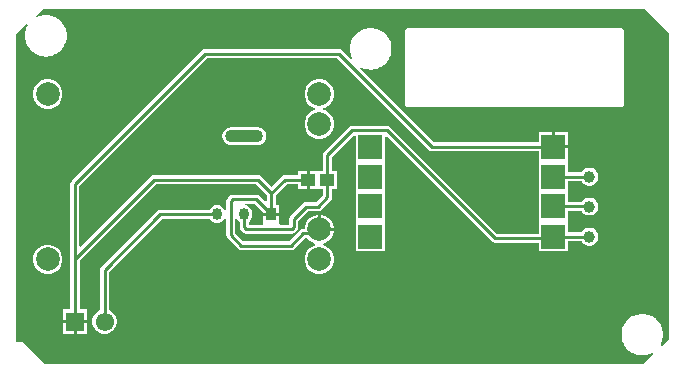
<source format=gbl>
G04*
G04 #@! TF.GenerationSoftware,Altium Limited,Altium Designer,23.4.1 (23)*
G04*
G04 Layer_Physical_Order=2*
G04 Layer_Color=16711680*
%FSLAX44Y44*%
%MOMM*%
G71*
G04*
G04 #@! TF.SameCoordinates,0DB361A5-78C8-4FEA-9A46-C3B996989F44*
G04*
G04*
G04 #@! TF.FilePolarity,Positive*
G04*
G01*
G75*
%ADD13C,0.2540*%
%ADD21R,1.2084X1.0121*%
%ADD27R,1.5500X1.5500*%
%ADD28C,1.5500*%
%ADD29C,1.0000*%
%ADD30C,2.0000*%
%ADD31R,2.0000X2.0000*%
%ADD32R,0.8721X1.0043*%
G04:AMPARAMS|DCode=33|XSize=1.0043mm|YSize=0.8721mm|CornerRadius=0.4361mm|HoleSize=0mm|Usage=FLASHONLY|Rotation=90.000|XOffset=0mm|YOffset=0mm|HoleType=Round|Shape=RoundedRectangle|*
%AMROUNDEDRECTD33*
21,1,1.0043,0.0000,0,0,90.0*
21,1,0.1322,0.8721,0,0,90.0*
1,1,0.8721,0.0000,0.0661*
1,1,0.8721,0.0000,-0.0661*
1,1,0.8721,0.0000,-0.0661*
1,1,0.8721,0.0000,0.0661*
%
%ADD33ROUNDEDRECTD33*%
G04:AMPARAMS|DCode=34|XSize=1.0043mm|YSize=3.1821mm|CornerRadius=0.4369mm|HoleSize=0mm|Usage=FLASHONLY|Rotation=90.000|XOffset=0mm|YOffset=0mm|HoleType=Round|Shape=RoundedRectangle|*
%AMROUNDEDRECTD34*
21,1,1.0043,2.3084,0,0,90.0*
21,1,0.1306,3.1821,0,0,90.0*
1,1,0.8737,1.1542,0.0653*
1,1,0.8737,1.1542,-0.0653*
1,1,0.8737,-1.1542,-0.0653*
1,1,0.8737,-1.1542,0.0653*
%
%ADD34ROUNDEDRECTD34*%
G36*
X552450Y280670D02*
Y21590D01*
X546284Y15424D01*
X545297Y16233D01*
X545446Y16456D01*
X545544Y16692D01*
X545685Y16904D01*
X546816Y19634D01*
X546866Y19884D01*
X546964Y20119D01*
X547540Y23017D01*
Y23272D01*
X547590Y23523D01*
Y26477D01*
X547540Y26727D01*
Y26983D01*
X546964Y29881D01*
X546866Y30116D01*
X546816Y30366D01*
X545685Y33096D01*
X545544Y33308D01*
X545446Y33544D01*
X543805Y36001D01*
X543624Y36181D01*
X543483Y36393D01*
X541393Y38482D01*
X541181Y38624D01*
X541001Y38805D01*
X538544Y40446D01*
X538308Y40544D01*
X538096Y40685D01*
X535366Y41816D01*
X535116Y41866D01*
X534881Y41964D01*
X531983Y42540D01*
X531727D01*
X531477Y42590D01*
X528523D01*
X528273Y42540D01*
X528017D01*
X525119Y41964D01*
X524884Y41866D01*
X524634Y41816D01*
X521904Y40685D01*
X521692Y40544D01*
X521456Y40446D01*
X518999Y38805D01*
X518819Y38624D01*
X518607Y38482D01*
X516517Y36393D01*
X516376Y36181D01*
X516195Y36001D01*
X514554Y33544D01*
X514456Y33308D01*
X514314Y33096D01*
X513184Y30366D01*
X513134Y30116D01*
X513036Y29881D01*
X512460Y26983D01*
Y26727D01*
X512410Y26477D01*
Y23523D01*
X512460Y23272D01*
Y23017D01*
X513036Y20119D01*
X513134Y19884D01*
X513184Y19634D01*
X514314Y16904D01*
X514456Y16692D01*
X514554Y16456D01*
X516195Y13999D01*
X516376Y13819D01*
X516517Y13607D01*
X518607Y11517D01*
X518819Y11376D01*
X518999Y11195D01*
X521456Y9554D01*
X521692Y9456D01*
X521904Y9315D01*
X524634Y8184D01*
X524884Y8134D01*
X525119Y8036D01*
X528017Y7460D01*
X528273D01*
X528523Y7410D01*
X531477D01*
X531727Y7460D01*
X531983D01*
X534881Y8036D01*
X535116Y8134D01*
X535366Y8184D01*
X538096Y9315D01*
X538308Y9456D01*
X538544Y9554D01*
X538767Y9703D01*
X539576Y8716D01*
X530860Y0D01*
X24130D01*
X5080Y19050D01*
X0D01*
Y279400D01*
X8817Y287727D01*
X9793Y286903D01*
X9554Y286544D01*
X9456Y286308D01*
X9315Y286096D01*
X8184Y283366D01*
X8134Y283116D01*
X8036Y282881D01*
X7460Y279983D01*
Y279727D01*
X7410Y279477D01*
Y276523D01*
X7460Y276272D01*
Y276017D01*
X8036Y273119D01*
X8134Y272884D01*
X8184Y272634D01*
X9315Y269904D01*
X9456Y269692D01*
X9554Y269456D01*
X11195Y266999D01*
X11376Y266819D01*
X11517Y266607D01*
X13607Y264517D01*
X13819Y264376D01*
X13999Y264195D01*
X16456Y262554D01*
X16692Y262456D01*
X16904Y262314D01*
X19634Y261184D01*
X19884Y261134D01*
X20119Y261036D01*
X23017Y260460D01*
X23272D01*
X23523Y260410D01*
X26477D01*
X26727Y260460D01*
X26983D01*
X29881Y261036D01*
X30116Y261134D01*
X30366Y261184D01*
X33096Y262314D01*
X33308Y262456D01*
X33544Y262554D01*
X36001Y264195D01*
X36181Y264376D01*
X36393Y264517D01*
X38482Y266607D01*
X38624Y266819D01*
X38805Y266999D01*
X40446Y269456D01*
X40544Y269692D01*
X40685Y269904D01*
X41816Y272634D01*
X41866Y272884D01*
X41964Y273119D01*
X42540Y276017D01*
Y276272D01*
X42590Y276523D01*
Y279477D01*
X42540Y279727D01*
Y279983D01*
X41964Y282881D01*
X41866Y283116D01*
X41816Y283366D01*
X40685Y286096D01*
X40544Y286308D01*
X40446Y286544D01*
X38805Y289001D01*
X38624Y289181D01*
X38482Y289393D01*
X36393Y291483D01*
X36181Y291624D01*
X36001Y291805D01*
X33544Y293446D01*
X33308Y293544D01*
X33096Y293685D01*
X30366Y294816D01*
X30116Y294866D01*
X29881Y294963D01*
X26983Y295540D01*
X26727D01*
X26477Y295590D01*
X23523D01*
X23272Y295540D01*
X23017D01*
X20119Y294963D01*
X19884Y294866D01*
X19634Y294816D01*
X16904Y293685D01*
X16256Y294753D01*
X22860Y300990D01*
X532130D01*
X552450Y280670D01*
D02*
G37*
%LPC*%
G36*
X301477Y284590D02*
X298523D01*
X298272Y284540D01*
X298017D01*
X295119Y283964D01*
X294884Y283866D01*
X294634Y283816D01*
X291904Y282685D01*
X291692Y282544D01*
X291456Y282446D01*
X288999Y280805D01*
X288819Y280624D01*
X288607Y280483D01*
X286518Y278393D01*
X286376Y278181D01*
X286195Y278001D01*
X284554Y275544D01*
X284456Y275308D01*
X284314Y275096D01*
X283184Y272366D01*
X283134Y272116D01*
X283036Y271881D01*
X282460Y268983D01*
Y268727D01*
X282410Y268477D01*
Y265523D01*
X282460Y265272D01*
Y265017D01*
X283036Y262119D01*
X283134Y261884D01*
X283184Y261634D01*
X284314Y258904D01*
X283305Y258129D01*
X275797Y265637D01*
X274537Y266479D01*
X273050Y266775D01*
X160020D01*
X158533Y266479D01*
X157273Y265637D01*
X46783Y155147D01*
X45941Y153887D01*
X45645Y152400D01*
Y89300D01*
X45845Y88295D01*
Y46290D01*
X39440D01*
Y37270D01*
X60020D01*
Y46290D01*
X53615D01*
Y87491D01*
X118449Y152325D01*
X202861D01*
X212015Y143171D01*
Y138038D01*
X210842Y137552D01*
X205947Y142447D01*
X204687Y143289D01*
X203200Y143585D01*
X183098D01*
X181611Y143289D01*
X180351Y142447D01*
X178863Y140959D01*
X178021Y139699D01*
X177725Y138212D01*
Y130603D01*
X176455Y130350D01*
X176128Y131141D01*
X175022Y132582D01*
X173580Y133688D01*
X171901Y134384D01*
X170100Y134621D01*
X168299Y134384D01*
X166620Y133688D01*
X165178Y132582D01*
X164072Y131141D01*
X163966Y130885D01*
X121920D01*
X120433Y130589D01*
X119173Y129747D01*
X71983Y82557D01*
X71141Y81297D01*
X70845Y79810D01*
Y45612D01*
X70758Y45589D01*
X68412Y44234D01*
X66496Y42318D01*
X65141Y39972D01*
X64440Y37355D01*
Y34645D01*
X65141Y32028D01*
X66496Y29682D01*
X68412Y27766D01*
X70758Y26411D01*
X73375Y25710D01*
X76085D01*
X78702Y26411D01*
X81048Y27766D01*
X82964Y29682D01*
X84319Y32028D01*
X85020Y34645D01*
Y37355D01*
X84319Y39972D01*
X82964Y42318D01*
X81048Y44234D01*
X78702Y45589D01*
X78615Y45612D01*
Y78201D01*
X123529Y123115D01*
X163966D01*
X164072Y122859D01*
X165178Y121418D01*
X166620Y120311D01*
X168299Y119616D01*
X170100Y119379D01*
X171901Y119616D01*
X173580Y120311D01*
X175022Y121418D01*
X176128Y122859D01*
X176455Y123650D01*
X177725Y123398D01*
Y109220D01*
X178021Y107733D01*
X178863Y106473D01*
X187753Y97583D01*
X189013Y96741D01*
X190500Y96445D01*
X232410D01*
X233897Y96741D01*
X235157Y97583D01*
X244391Y106817D01*
X246232D01*
X246506Y106343D01*
X248840Y104008D01*
X251700Y102357D01*
X253033Y102000D01*
Y100685D01*
X251700Y100328D01*
X248840Y98677D01*
X246506Y96342D01*
X244855Y93483D01*
X244000Y90293D01*
Y86992D01*
X244855Y83802D01*
X246506Y80943D01*
X248840Y78608D01*
X251700Y76957D01*
X254889Y76102D01*
X258191D01*
X261380Y76957D01*
X264240Y78608D01*
X266574Y80943D01*
X268225Y83802D01*
X269080Y86992D01*
Y90293D01*
X268225Y93483D01*
X266574Y96342D01*
X264240Y98677D01*
X261380Y100328D01*
X260047Y100685D01*
Y102000D01*
X261380Y102357D01*
X264240Y104008D01*
X266574Y106343D01*
X268225Y109202D01*
X269080Y112392D01*
Y112773D01*
X256540D01*
Y114043D01*
X255270D01*
Y126582D01*
X254889D01*
X251700Y125728D01*
X248840Y124077D01*
X246506Y121742D01*
X244855Y118883D01*
X244000Y115693D01*
Y114586D01*
X242782D01*
X241295Y114291D01*
X240035Y113449D01*
X230801Y104215D01*
X192109D01*
X185495Y110829D01*
Y123108D01*
X186765Y123360D01*
X186972Y122859D01*
X188078Y121418D01*
X189155Y120591D01*
Y115788D01*
X189451Y114301D01*
X190293Y113041D01*
X191781Y111553D01*
X193041Y110711D01*
X194528Y110415D01*
X233462D01*
X234949Y110711D01*
X236209Y111553D01*
X237697Y113041D01*
X238539Y114301D01*
X238835Y115788D01*
Y121581D01*
X246719Y129465D01*
X255270D01*
X256757Y129761D01*
X258017Y130603D01*
X266035Y138622D01*
X266878Y139882D01*
X267173Y141369D01*
Y148609D01*
X271871D01*
Y163811D01*
X267173D01*
Y175025D01*
X285910Y193762D01*
X287180Y193318D01*
Y172560D01*
X287180Y171610D01*
X287180Y170340D01*
Y147260D01*
X287180Y146210D01*
X287180Y144940D01*
Y121760D01*
X287180Y120910D01*
X287180Y119640D01*
Y95410D01*
X312260D01*
Y119640D01*
X312260Y120490D01*
X312260Y121760D01*
Y144940D01*
X312260Y145990D01*
X312260Y147260D01*
Y170340D01*
X312260Y171290D01*
X312260Y172560D01*
Y192397D01*
X313433Y192883D01*
X402383Y103933D01*
X403643Y103091D01*
X405130Y102795D01*
X442180D01*
Y95410D01*
X467260D01*
Y104065D01*
X478676D01*
X479106Y103320D01*
X480510Y101917D01*
X482230Y100924D01*
X484147Y100410D01*
X486133D01*
X488050Y100924D01*
X489770Y101917D01*
X491174Y103320D01*
X492166Y105040D01*
X492680Y106957D01*
Y108943D01*
X492166Y110860D01*
X491174Y112580D01*
X489770Y113983D01*
X488050Y114976D01*
X486133Y115490D01*
X484147D01*
X482230Y114976D01*
X480510Y113983D01*
X479106Y112580D01*
X478676Y111835D01*
X467260D01*
Y119640D01*
X467260Y120490D01*
X467260Y121760D01*
Y129565D01*
X478597D01*
X479057Y128770D01*
X480460Y127367D01*
X482180Y126374D01*
X484097Y125860D01*
X486083D01*
X488000Y126374D01*
X489720Y127367D01*
X491124Y128770D01*
X492116Y130490D01*
X492630Y132407D01*
Y134393D01*
X492116Y136310D01*
X491124Y138030D01*
X489720Y139433D01*
X488000Y140426D01*
X486083Y140940D01*
X484097D01*
X482180Y140426D01*
X480460Y139433D01*
X479057Y138030D01*
X478655Y137335D01*
X467260D01*
Y144940D01*
X467260Y145990D01*
X467260Y147260D01*
Y154865D01*
X478676D01*
X479106Y154120D01*
X480510Y152717D01*
X482230Y151724D01*
X484147Y151210D01*
X486133D01*
X488050Y151724D01*
X489770Y152717D01*
X491174Y154120D01*
X492166Y155840D01*
X492680Y157757D01*
Y159743D01*
X492166Y161660D01*
X491174Y163380D01*
X489770Y164783D01*
X488050Y165776D01*
X486133Y166290D01*
X484147D01*
X482230Y165776D01*
X480510Y164783D01*
X479106Y163380D01*
X478676Y162635D01*
X467260D01*
Y170340D01*
X467260Y171290D01*
X467260Y172560D01*
Y182880D01*
X454720D01*
Y184150D01*
X453450D01*
Y196690D01*
X442180D01*
Y188035D01*
X353399D01*
X291129Y250305D01*
X291904Y251315D01*
X294634Y250184D01*
X294884Y250134D01*
X295119Y250036D01*
X298017Y249460D01*
X298272D01*
X298523Y249410D01*
X301477D01*
X301728Y249460D01*
X301983D01*
X304881Y250036D01*
X305116Y250134D01*
X305366Y250184D01*
X308096Y251315D01*
X308308Y251456D01*
X308544Y251554D01*
X311001Y253195D01*
X311181Y253376D01*
X311393Y253517D01*
X313482Y255607D01*
X313624Y255819D01*
X313805Y255999D01*
X315446Y258456D01*
X315544Y258692D01*
X315685Y258904D01*
X316816Y261634D01*
X316866Y261884D01*
X316964Y262119D01*
X317540Y265017D01*
Y265272D01*
X317590Y265523D01*
Y268477D01*
X317540Y268727D01*
Y268983D01*
X316964Y271881D01*
X316866Y272116D01*
X316816Y272366D01*
X315685Y275096D01*
X315544Y275308D01*
X315446Y275544D01*
X313805Y278001D01*
X313624Y278181D01*
X313482Y278393D01*
X311393Y280483D01*
X311181Y280624D01*
X311001Y280805D01*
X308544Y282446D01*
X308308Y282544D01*
X308096Y282685D01*
X305366Y283816D01*
X305116Y283866D01*
X304881Y283964D01*
X301983Y284540D01*
X301728D01*
X301477Y284590D01*
D02*
G37*
G36*
X511770Y284500D02*
X331770D01*
X330779Y284303D01*
X329939Y283741D01*
X329377Y282901D01*
X329180Y281910D01*
Y220010D01*
X329377Y219019D01*
X329939Y218179D01*
X330779Y217617D01*
X331770Y217420D01*
X511770D01*
X512761Y217617D01*
X513601Y218179D01*
X514163Y219019D01*
X514360Y220010D01*
Y281910D01*
X514163Y282901D01*
X513601Y283741D01*
X512761Y284303D01*
X511770Y284500D01*
D02*
G37*
G36*
X28191Y241182D02*
X24889D01*
X21700Y240328D01*
X18840Y238677D01*
X16506Y236342D01*
X14855Y233483D01*
X14000Y230293D01*
Y226992D01*
X14855Y223802D01*
X16506Y220943D01*
X18840Y218608D01*
X21700Y216957D01*
X24889Y216103D01*
X28191D01*
X31380Y216957D01*
X34240Y218608D01*
X36574Y220943D01*
X38225Y223802D01*
X39080Y226992D01*
Y230293D01*
X38225Y233483D01*
X36574Y236342D01*
X34240Y238677D01*
X31380Y240328D01*
X28191Y241182D01*
D02*
G37*
G36*
X467260Y196690D02*
X455990D01*
Y185420D01*
X467260D01*
Y196690D01*
D02*
G37*
G36*
X258191Y126582D02*
X257810D01*
Y115312D01*
X269080D01*
Y115693D01*
X268225Y118883D01*
X266574Y121742D01*
X264240Y124077D01*
X261380Y125728D01*
X258191Y126582D01*
D02*
G37*
G36*
X28191Y101182D02*
X24889D01*
X21700Y100328D01*
X18840Y98677D01*
X16506Y96342D01*
X14855Y93483D01*
X14000Y90293D01*
Y86992D01*
X14855Y83802D01*
X16506Y80943D01*
X18840Y78608D01*
X21700Y76957D01*
X24889Y76102D01*
X28191D01*
X31380Y76957D01*
X34240Y78608D01*
X36574Y80943D01*
X38225Y83802D01*
X39080Y86992D01*
Y90293D01*
X38225Y93483D01*
X36574Y96342D01*
X34240Y98677D01*
X31380Y100328D01*
X28191Y101182D01*
D02*
G37*
G36*
X60020Y34730D02*
X51000D01*
Y25710D01*
X60020D01*
Y34730D01*
D02*
G37*
G36*
X48460D02*
X39440D01*
Y25710D01*
X48460D01*
Y34730D01*
D02*
G37*
%LPD*%
G36*
X349043Y181403D02*
X350303Y180561D01*
X351790Y180265D01*
X442180D01*
Y172560D01*
X442180Y171610D01*
X442180Y170340D01*
Y147260D01*
X442180Y146210D01*
X442180Y144940D01*
Y121760D01*
X442180Y120910D01*
X442180Y119640D01*
Y110565D01*
X406739D01*
X316597Y200707D01*
X315337Y201549D01*
X313850Y201845D01*
X284615D01*
X283128Y201549D01*
X281868Y200707D01*
X260542Y179381D01*
X259700Y178121D01*
X259404Y176634D01*
Y163811D01*
X248521D01*
Y156210D01*
Y148609D01*
X259404D01*
Y142978D01*
X253661Y137235D01*
X245110D01*
X243623Y136939D01*
X242363Y136097D01*
X232203Y125937D01*
X231361Y124677D01*
X231065Y123190D01*
Y118185D01*
X222840D01*
X222801Y119439D01*
X222801D01*
Y125730D01*
X215900D01*
X208999D01*
Y119439D01*
X208999D01*
X208960Y118185D01*
X196925D01*
Y120653D01*
X197922Y121418D01*
X199028Y122859D01*
X199723Y124538D01*
X199960Y126339D01*
Y127661D01*
X199723Y129462D01*
X199028Y131141D01*
X197922Y132582D01*
X196480Y133688D01*
X194801Y134384D01*
X193575Y134545D01*
X193658Y135815D01*
X201591D01*
X208999Y128407D01*
Y128270D01*
X215900D01*
X222801D01*
Y134562D01*
X219785D01*
Y143171D01*
X228939Y152325D01*
X238669D01*
Y148609D01*
X245981D01*
Y156210D01*
Y163811D01*
X238669D01*
Y160095D01*
X227330D01*
X225843Y159799D01*
X224583Y158957D01*
X215900Y150274D01*
X207217Y158957D01*
X205957Y159799D01*
X204470Y160095D01*
X116840D01*
X115353Y159799D01*
X114093Y158957D01*
X54588Y99452D01*
X53415Y99938D01*
Y150791D01*
X161629Y259005D01*
X271441D01*
X349043Y181403D01*
D02*
G37*
%LPC*%
G36*
X258191Y241182D02*
X254889D01*
X251700Y240328D01*
X248840Y238677D01*
X246506Y236342D01*
X244855Y233483D01*
X244000Y230293D01*
Y226992D01*
X244855Y223802D01*
X246506Y220943D01*
X248840Y218608D01*
X251700Y216957D01*
X253033Y216600D01*
Y215285D01*
X251700Y214928D01*
X248840Y213277D01*
X246506Y210942D01*
X244855Y208083D01*
X244000Y204893D01*
Y201592D01*
X244855Y198402D01*
X246506Y195543D01*
X248840Y193208D01*
X251700Y191557D01*
X254889Y190702D01*
X258191D01*
X261380Y191557D01*
X264240Y193208D01*
X266574Y195543D01*
X268225Y198402D01*
X269080Y201592D01*
Y204893D01*
X268225Y208083D01*
X266574Y210942D01*
X264240Y213277D01*
X261380Y214928D01*
X260047Y215285D01*
Y216600D01*
X261380Y216957D01*
X264240Y218608D01*
X266574Y220943D01*
X268225Y223802D01*
X269080Y226992D01*
Y230293D01*
X268225Y233483D01*
X266574Y236342D01*
X264240Y238677D01*
X261380Y240328D01*
X258191Y241182D01*
D02*
G37*
G36*
X204542Y200521D02*
X181458D01*
X179655Y200284D01*
X177974Y199587D01*
X176531Y198480D01*
X175423Y197037D01*
X174727Y195356D01*
X174490Y193553D01*
Y192247D01*
X174727Y190444D01*
X175423Y188763D01*
X176531Y187320D01*
X177974Y186213D01*
X179655Y185516D01*
X181458Y185279D01*
X204542D01*
X206346Y185516D01*
X208026Y186213D01*
X209469Y187320D01*
X210577Y188763D01*
X211273Y190444D01*
X211510Y192247D01*
Y193553D01*
X211273Y195356D01*
X210577Y197037D01*
X209469Y198480D01*
X208026Y199587D01*
X206346Y200284D01*
X204542Y200521D01*
D02*
G37*
%LPD*%
D13*
X160020Y262890D02*
X273050D01*
X49530Y89300D02*
Y152400D01*
X160020Y262890D01*
X454720Y107950D02*
X485140D01*
X263289Y176634D02*
X284615Y197960D01*
X313850D01*
X263289Y141369D02*
Y176634D01*
X485040Y133450D02*
X485140Y133350D01*
X454720Y133450D02*
X485040D01*
X234950Y115788D02*
Y123190D01*
X193040Y115788D02*
Y126960D01*
X233462Y114300D02*
X234950Y115788D01*
X193040D02*
X194528Y114300D01*
X233462D01*
X215900Y127661D02*
Y144780D01*
X181610Y109220D02*
Y138212D01*
X215900Y127000D02*
Y127661D01*
X212809Y130751D02*
X215900Y127661D01*
X212148Y130751D02*
X212809D01*
X203200Y139700D02*
X212148Y130751D01*
X183098Y139700D02*
X203200D01*
X181610Y138212D02*
X183098Y139700D01*
X190500Y100330D02*
X232410D01*
X181610Y109220D02*
X190500Y100330D01*
X253199Y110702D02*
X256540Y114043D01*
X242782Y110702D02*
X253199D01*
X232410Y100330D02*
X242782Y110702D01*
X255270Y133350D02*
X263289Y141369D01*
X234950Y123190D02*
X245110Y133350D01*
X255270D01*
X454720Y158750D02*
X485140D01*
X49530Y89300D02*
X49730Y89100D01*
X351790Y184150D02*
X454720D01*
X273050Y262890D02*
X351790Y184150D01*
X453450Y106680D02*
X454720Y107950D01*
X405130Y106680D02*
X453450D01*
X313850Y197960D02*
X405130Y106680D01*
X193000Y127000D02*
X193040Y126960D01*
X227330Y156210D02*
X247251D01*
X215900Y144780D02*
X227330Y156210D01*
X116840D02*
X204470D01*
X215900Y144780D01*
X49730Y36000D02*
Y89100D01*
X116840Y156210D01*
X121920Y127000D02*
X170100D01*
X74730Y79810D02*
X121920Y127000D01*
X74730Y36000D02*
Y79810D01*
D21*
X263289Y156210D02*
D03*
X247251D02*
D03*
D27*
X49730Y36000D02*
D03*
D28*
X74730D02*
D03*
D29*
X485140Y107950D02*
D03*
X485090Y133400D02*
D03*
X485140Y158750D02*
D03*
D30*
X256540Y203242D02*
D03*
X26540Y88643D02*
D03*
Y228643D02*
D03*
X256540D02*
D03*
Y88643D02*
D03*
Y114043D02*
D03*
D31*
X299720Y184150D02*
D03*
Y158750D02*
D03*
Y133450D02*
D03*
Y107950D02*
D03*
X454720D02*
D03*
Y133450D02*
D03*
Y158750D02*
D03*
Y184150D02*
D03*
D32*
X215900Y127000D02*
D03*
D33*
X193000D02*
D03*
X170100D02*
D03*
D34*
X193000Y192900D02*
D03*
M02*

</source>
